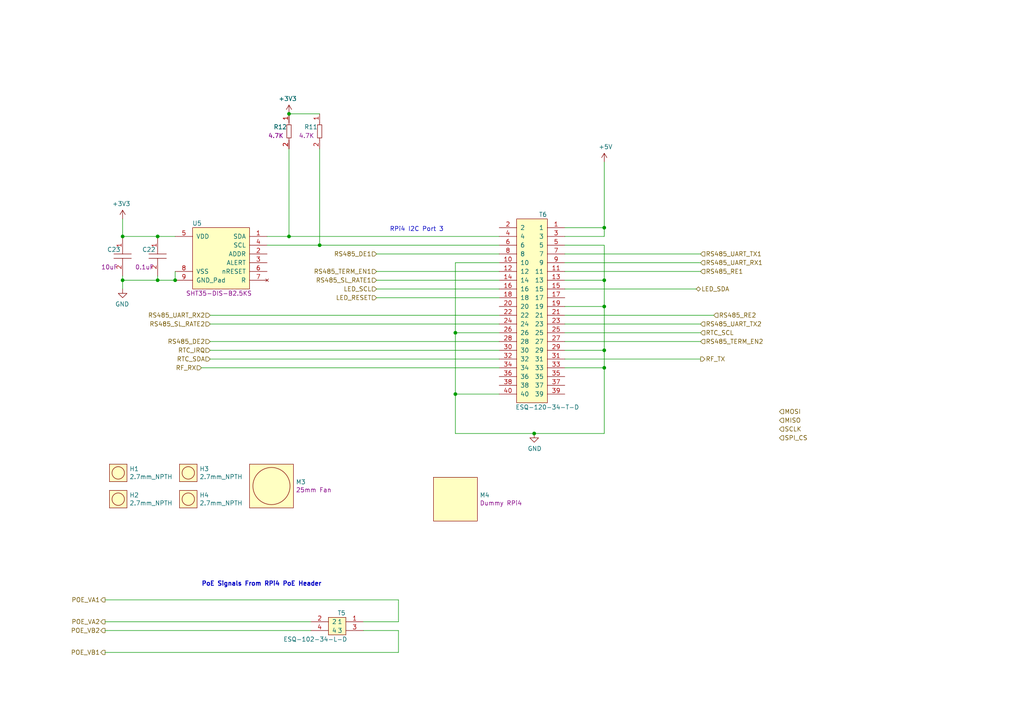
<source format=kicad_sch>
(kicad_sch (version 20231120) (generator "eeschema") (generator_version "8.0")
  (paper "A4")
  (lib_symbols
    (symbol "agricoltura-madre-rpi4-hat-rescue:+3.3V-power" (power) (pin_names (offset 0))
      (property "Value" "power_+3.3V" (at 0 3.556 0))
      (symbol "+3.3V-power_0_1"
        (polyline (pts (xy -0.762 1.27) (xy 0 2.54)))
        (polyline (pts (xy 0 0) (xy 0 2.54)))
        (polyline (pts (xy 0 2.54) (xy 0.762 1.27)))
      )
      (symbol "+3.3V-power_1_1"
        (pin power_in line (at 0 0 90) (length 0) hide (name "+3V3") (number "1"))
      )
    )
    (symbol "agricoltura-madre-rpi4-hat-rescue:+5V-power" (power) (pin_names (offset 0))
      (property "Value" "power_+5V" (at 0 3.556 0))
      (symbol "+5V-power_0_1"
        (polyline (pts (xy -0.762 1.27) (xy 0 2.54)))
        (polyline (pts (xy 0 0) (xy 0 2.54)))
        (polyline (pts (xy 0 2.54) (xy 0.762 1.27)))
      )
      (symbol "+5V-power_1_1"
        (pin power_in line (at 0 0 90) (length 0) hide (name "+5V") (number "1"))
      )
    )
    (symbol "agricoltura-madre-rpi4-hat-rescue:2.7mm_NPTH-growbox-KiCAD-Holes-Fasteners" (pin_names (offset 1.016))
      (property "Reference" "H" (at -2.54 2.54 0))
      (property "Value" "growbox-KiCAD-Holes-Fasteners_2.7mm_NPTH" (at 1.27 5.08 0))
      (symbol "2.7mm_NPTH-growbox-KiCAD-Holes-Fasteners_0_1"
        (rectangle (start 0 0) (end 5.08 -5.08) (fill (type background)))
        (circle (center 2.54 -2.54) (radius 1.8034))
      )
    )
    (symbol "agricoltura-madre-rpi4-hat-rescue:25mm_FAN-growbox-KiCAD-Special" (pin_names (offset 1.016))
      (property "Reference" "M" (at 0 1.27 0))
      (property "_Value_" "25mm Fan" (at 58.42 63.5 0))
      (symbol "25mm_FAN-growbox-KiCAD-Special_0_1"
        (rectangle (start 0 0) (end 12.7 -12.7) (fill (type background)))
        (circle (center 6.35 -6.35) (radius 5.3848))
      )
    )
    (symbol "agricoltura-madre-rpi4-hat-rescue:DummyPi-growbox-KiCAD-Special" (pin_names (offset 1.016))
      (property "Reference" "M" (at -2.54 2.54 0))
      (property "_Value_" "Dummy RPi4" (at 58.42 63.5 0))
      (symbol "DummyPi-growbox-KiCAD-Special_0_1"
        (rectangle (start 0 0) (end 12.7 -12.7) (fill (type background)))
      )
    )
    (symbol "agricoltura-madre-rpi4-hat-rescue:ESQ-102-34-L-D-growbox-KiCAD-Connectors" (pin_names (offset 1.016))
      (property "Reference" "T" (at -2.54 2.54 0))
      (property "Value" "growbox-KiCAD-Connectors_ESQ-102-34-L-D" (at 1.27 5.08 0))
      (symbol "ESQ-102-34-L-D-growbox-KiCAD-Connectors_0_1"
        (rectangle (start 0 0) (end 5.08 -5.08) (fill (type background)))
      )
      (symbol "ESQ-102-34-L-D-growbox-KiCAD-Connectors_1_1"
        (pin passive line (at -5.08 -1.27 0) (length 5.08) (name "1") (number "1"))
        (pin passive line (at 10.16 -1.27 180) (length 5.08) (name "2") (number "2"))
        (pin passive line (at -5.08 -3.81 0) (length 5.08) (name "3") (number "3"))
        (pin passive line (at 10.16 -3.81 180) (length 5.08) (name "4") (number "4"))
      )
    )
    (symbol "agricoltura-madre-rpi4-hat-rescue:ESQ-120-34-T-D-growbox-KiCAD-Connectors" (pin_names (offset 1.016))
      (property "Reference" "T" (at -2.54 1.27 0))
      (property "Value" "growbox-KiCAD-Connectors_ESQ-120-34-T-D" (at 1.27 5.08 0))
      (symbol "ESQ-120-34-T-D-growbox-KiCAD-Connectors_0_1"
        (rectangle (start 0 0) (end 8.89 -53.34) (fill (type background)))
      )
      (symbol "ESQ-120-34-T-D-growbox-KiCAD-Connectors_1_1"
        (pin passive line (at -5.08 -2.54 0) (length 5.08) (name "1") (number "1"))
        (pin passive line (at 13.97 -12.7 180) (length 5.08) (name "10") (number "10"))
        (pin passive line (at -5.08 -15.24 0) (length 5.08) (name "11") (number "11"))
        (pin passive line (at 13.97 -15.24 180) (length 5.08) (name "12") (number "12"))
        (pin passive line (at -5.08 -17.78 0) (length 5.08) (name "13") (number "13"))
        (pin passive line (at 13.97 -17.78 180) (length 5.08) (name "14") (number "14"))
        (pin passive line (at -5.08 -20.32 0) (length 5.08) (name "15") (number "15"))
        (pin passive line (at 13.97 -20.32 180) (length 5.08) (name "16") (number "16"))
        (pin passive line (at -5.08 -22.86 0) (length 5.08) (name "17") (number "17"))
        (pin passive line (at 13.97 -22.86 180) (length 5.08) (name "18") (number "18"))
        (pin passive line (at -5.08 -25.4 0) (length 5.08) (name "19") (number "19"))
        (pin passive line (at 13.97 -2.54 180) (length 5.08) (name "2") (number "2"))
        (pin passive line (at 13.97 -25.4 180) (length 5.08) (name "20") (number "20"))
        (pin passive line (at -5.08 -27.94 0) (length 5.08) (name "21") (number "21"))
        (pin passive line (at 13.97 -27.94 180) (length 5.08) (name "22") (number "22"))
        (pin passive line (at -5.08 -30.48 0) (length 5.08) (name "23") (number "23"))
        (pin passive line (at 13.97 -30.48 180) (length 5.08) (name "24") (number "24"))
        (pin passive line (at -5.08 -33.02 0) (length 5.08) (name "25") (number "25"))
        (pin passive line (at 13.97 -33.02 180) (length 5.08) (name "26") (number "26"))
        (pin passive line (at -5.08 -35.56 0) (length 5.08) (name "27") (number "27"))
        (pin passive line (at 13.97 -35.56 180) (length 5.08) (name "28") (number "28"))
        (pin passive line (at -5.08 -38.1 0) (length 5.08) (name "29") (number "29"))
        (pin passive line (at -5.08 -5.08 0) (length 5.08) (name "3") (number "3"))
        (pin passive line (at 13.97 -38.1 180) (length 5.08) (name "30") (number "30"))
        (pin passive line (at -5.08 -40.64 0) (length 5.08) (name "31") (number "31"))
        (pin passive line (at 13.97 -40.64 180) (length 5.08) (name "32") (number "32"))
        (pin passive line (at -5.08 -43.18 0) (length 5.08) (name "33") (number "33"))
        (pin passive line (at 13.97 -43.18 180) (length 5.08) (name "34") (number "34"))
        (pin passive line (at -5.08 -45.72 0) (length 5.08) (name "35") (number "35"))
        (pin passive line (at 13.97 -45.72 180) (length 5.08) (name "36") (number "36"))
        (pin passive line (at -5.08 -48.26 0) (length 5.08) (name "37") (number "37"))
        (pin passive line (at 13.97 -48.26 180) (length 5.08) (name "38") (number "38"))
        (pin passive line (at -5.08 -50.8 0) (length 5.08) (name "39") (number "39"))
        (pin passive line (at 13.97 -5.08 180) (length 5.08) (name "4") (number "4"))
        (pin passive line (at 13.97 -50.8 180) (length 5.08) (name "40") (number "40"))
        (pin passive line (at -5.08 -7.62 0) (length 5.08) (name "5") (number "5"))
        (pin passive line (at 13.97 -7.62 180) (length 5.08) (name "6") (number "6"))
        (pin passive line (at -5.08 -10.16 0) (length 5.08) (name "7") (number "7"))
        (pin passive line (at 13.97 -10.16 180) (length 5.08) (name "8") (number "8"))
        (pin passive line (at -5.08 -12.7 0) (length 5.08) (name "9") (number "9"))
      )
    )
    (symbol "agricoltura-madre-rpi4-hat-rescue:GND-power" (power) (pin_names (offset 0))
      (property "Value" "power_GND" (at 0 -3.81 0))
      (symbol "GND-power_0_1"
        (polyline (pts (xy 0 0) (xy 0 -1.27) (xy 1.27 -1.27) (xy 0 -2.54) (xy -1.27 -1.27) (xy 0 -1.27)))
      )
      (symbol "GND-power_1_1"
        (pin power_in line (at 0 0 270) (length 0) hide (name "GND") (number "1"))
      )
    )
    (symbol "agricoltura-madre-rpi4-hat-rescue:GRM155R71E104KE14J-growbox-KiCAD-Capacitors" (pin_names (offset 1.016))
      (property "Reference" "C" (at -2.54 2.54 0))
      (property "_Value_" "0.1uF" (at 58.42 63.5 0))
      (symbol "GRM155R71E104KE14J-growbox-KiCAD-Capacitors_1_1"
        (polyline (pts (xy 0 2.54) (xy 0 -2.54)))
        (polyline (pts (xy 1.27 2.54) (xy 1.27 -2.54)))
        (pin input line (at -5.08 0 0) (length 5.08) (name "~") (number "1"))
        (pin input line (at 6.35 0 180) (length 5.08) (name "~") (number "2"))
      )
    )
    (symbol "agricoltura-madre-rpi4-hat-rescue:GRM188R61A106KE69J-growbox-KiCAD-Capacitors" (pin_names (offset 1.016))
      (property "Reference" "C" (at -2.54 2.54 0))
      (property "_Value_" "10uF" (at 58.42 63.5 0))
      (symbol "GRM188R61A106KE69J-growbox-KiCAD-Capacitors_1_1"
        (polyline (pts (xy 0 2.54) (xy 0 -2.54)))
        (polyline (pts (xy 1.27 2.54) (xy 1.27 -2.54)))
        (pin input line (at -5.08 0 0) (length 5.08) (name "~") (number "1"))
        (pin input line (at 6.35 0 180) (length 5.08) (name "~") (number "2"))
      )
    )
    (symbol "agricoltura-madre-rpi4-hat-rescue:RC0402FR-074K7L-growbox-KiCAD-Resistors" (pin_names (offset 1.016))
      (property "Reference" "R" (at -2.54 2.54 0))
      (property "Value" "growbox-KiCAD-Resistors_RC0402FR-074K7L" (at 1.27 5.08 0))
      (property "_Value_" "4.7K" (at 58.42 63.5 0))
      (symbol "RC0402FR-074K7L-growbox-KiCAD-Resistors_0_1"
        (rectangle (start -1.905 0.635) (end 1.905 -0.635))
        (polyline (pts (xy -2.54 0) (xy -1.905 0)))
        (polyline (pts (xy -1.905 0) (xy -1.905 0)))
        (polyline (pts (xy 1.905 0) (xy 1.905 0)))
        (polyline (pts (xy 2.54 0) (xy 1.905 0)))
      )
      (symbol "RC0402FR-074K7L-growbox-KiCAD-Resistors_1_1"
        (pin passive line (at -5.08 0 0) (length 2.5146) (name "~") (number "1"))
        (pin passive line (at 5.08 0 180) (length 2.5146) (name "~") (number "2"))
      )
    )
    (symbol "agricoltura-madre-rpi4-hat-rescue:SHT35-DIS-B2.5KS-growbox-KiCAD-ICs" (pin_names (offset 1.016))
      (property "Reference" "U" (at -5.08 -1.27 0))
      (property "_Value_" "SHT35-DIS-B2.5KS" (at 2.54 -21.59 0))
      (symbol "SHT35-DIS-B2.5KS-growbox-KiCAD-ICs_0_1"
        (rectangle (start -6.35 -2.54) (end 10.16 -20.32) (fill (type background)))
      )
      (symbol "SHT35-DIS-B2.5KS-growbox-KiCAD-ICs_1_1"
        (pin bidirectional line (at -11.43 -5.08 0) (length 5.08) (name "SDA") (number "1"))
        (pin input line (at -11.43 -10.16 0) (length 5.08) (name "ADDR") (number "2"))
        (pin output line (at -11.43 -12.7 0) (length 5.08) (name "ALERT") (number "3"))
        (pin input line (at -11.43 -7.62 0) (length 5.08) (name "SCL") (number "4"))
        (pin power_in line (at 15.24 -5.08 180) (length 5.08) (name "VDD") (number "5"))
        (pin input line (at -11.43 -15.24 0) (length 5.08) (name "nRESET") (number "6"))
        (pin no_connect line (at -11.43 -17.78 0) (length 5.08) (name "R") (number "7"))
        (pin passive line (at 15.24 -15.24 180) (length 5.08) (name "VSS") (number "8"))
        (pin passive line (at 15.24 -17.78 180) (length 5.08) (name "GND_Pad") (number "9"))
      )
    )
  )
  (junction (at 154.94 125.73))
  (junction (at 83.82 33.02))
  (junction (at 175.26 106.68))
  (junction (at 35.56 81.28))
  (junction (at 45.72 68.58))
  (junction (at 175.26 88.9))
  (junction (at 175.26 81.28))
  (junction (at 50.8 81.28))
  (junction (at 45.72 81.28))
  (junction (at 132.08 96.52))
  (junction (at 35.56 68.58))
  (junction (at 83.82 68.58))
  (junction (at 175.26 66.04))
  (junction (at 175.26 101.6))
  (junction (at 92.71 71.12))
  (junction (at 132.08 114.3))
  (wire (pts (xy 175.26 71.12) (xy 175.26 81.28)))
  (wire (pts (xy 115.57 182.88) (xy 115.57 189.23)))
  (wire (pts (xy 83.82 68.58) (xy 77.47 68.58)))
  (wire (pts (xy 163.83 76.2) (xy 203.2 76.2)))
  (wire (pts (xy 45.72 68.58) (xy 50.8 68.58)))
  (wire (pts (xy 175.26 66.04) (xy 175.26 46.99)))
  (wire (pts (xy 50.8 78.74) (xy 50.8 81.28)))
  (wire (pts (xy 132.08 96.52) (xy 132.08 76.2)))
  (wire (pts (xy 163.83 78.74) (xy 203.2 78.74)))
  (wire (pts (xy 144.78 86.36) (xy 109.22 86.36)))
  (wire (pts (xy 132.08 76.2) (xy 144.78 76.2)))
  (wire (pts (xy 144.78 78.74) (xy 109.22 78.74)))
  (wire (pts (xy 35.56 63.5) (xy 35.56 68.58)))
  (wire (pts (xy 50.8 81.28) (xy 45.72 81.28)))
  (wire (pts (xy 115.57 189.23) (xy 30.48 189.23)))
  (wire (pts (xy 60.96 93.98) (xy 144.78 93.98)))
  (wire (pts (xy 163.83 96.52) (xy 203.2 96.52)))
  (wire (pts (xy 175.26 101.6) (xy 163.83 101.6)))
  (wire (pts (xy 175.26 88.9) (xy 163.83 88.9)))
  (wire (pts (xy 115.57 180.34) (xy 105.41 180.34)))
  (wire (pts (xy 45.72 81.28) (xy 35.56 81.28)))
  (wire (pts (xy 144.78 104.14) (xy 60.96 104.14)))
  (wire (pts (xy 144.78 91.44) (xy 60.96 91.44)))
  (wire (pts (xy 105.41 182.88) (xy 115.57 182.88)))
  (wire (pts (xy 175.26 101.6) (xy 175.26 106.68)))
  (wire (pts (xy 163.83 71.12) (xy 175.26 71.12)))
  (wire (pts (xy 45.72 80.01) (xy 45.72 81.28)))
  (wire (pts (xy 132.08 125.73) (xy 132.08 114.3)))
  (wire (pts (xy 109.22 81.28) (xy 144.78 81.28)))
  (wire (pts (xy 175.26 81.28) (xy 163.83 81.28)))
  (wire (pts (xy 92.71 71.12) (xy 77.47 71.12)))
  (wire (pts (xy 132.08 114.3) (xy 132.08 96.52)))
  (wire (pts (xy 207.01 91.44) (xy 163.83 91.44)))
  (wire (pts (xy 144.78 96.52) (xy 132.08 96.52)))
  (wire (pts (xy 90.17 180.34) (xy 30.48 180.34)))
  (wire (pts (xy 163.83 73.66) (xy 203.2 73.66)))
  (wire (pts (xy 175.26 88.9) (xy 175.26 101.6)))
  (wire (pts (xy 175.26 125.73) (xy 154.94 125.73)))
  (wire (pts (xy 144.78 114.3) (xy 132.08 114.3)))
  (wire (pts (xy 175.26 106.68) (xy 175.26 125.73)))
  (wire (pts (xy 203.2 99.06) (xy 163.83 99.06)))
  (wire (pts (xy 35.56 83.82) (xy 35.56 81.28)))
  (wire (pts (xy 92.71 33.02) (xy 83.82 33.02)))
  (wire (pts (xy 115.57 173.99) (xy 115.57 180.34)))
  (wire (pts (xy 35.56 68.58) (xy 45.72 68.58)))
  (wire (pts (xy 163.83 68.58) (xy 175.26 68.58)))
  (wire (pts (xy 175.26 81.28) (xy 175.26 88.9)))
  (wire (pts (xy 163.83 93.98) (xy 203.2 93.98)))
  (wire (pts (xy 144.78 99.06) (xy 60.96 99.06)))
  (wire (pts (xy 144.78 83.82) (xy 109.22 83.82)))
  (wire (pts (xy 90.17 182.88) (xy 30.48 182.88)))
  (wire (pts (xy 144.78 106.68) (xy 58.42 106.68)))
  (wire (pts (xy 175.26 66.04) (xy 163.83 66.04)))
  (wire (pts (xy 144.78 68.58) (xy 83.82 68.58)))
  (wire (pts (xy 144.78 101.6) (xy 60.96 101.6)))
  (wire (pts (xy 35.56 81.28) (xy 35.56 80.01)))
  (wire (pts (xy 144.78 73.66) (xy 109.22 73.66)))
  (wire (pts (xy 154.94 125.73) (xy 132.08 125.73)))
  (wire (pts (xy 144.78 71.12) (xy 92.71 71.12)))
  (wire (pts (xy 201.93 83.82) (xy 163.83 83.82)))
  (wire (pts (xy 30.48 173.99) (xy 115.57 173.99)))
  (wire (pts (xy 92.71 43.18) (xy 92.71 71.12)))
  (wire (pts (xy 175.26 68.58) (xy 175.26 66.04)))
  (wire (pts (xy 83.82 43.18) (xy 83.82 68.58)))
  (wire (pts (xy 175.26 106.68) (xy 163.83 106.68)))
  (wire (pts (xy 163.83 104.14) (xy 203.2 104.14)))
  (text "PoE Signals From RPi4 PoE Header" (at 58.42 170.18 0) (effects (font (size 1.27 1.27) (thickness 0.254) (bold yes)) (justify left bottom)))
  (text "RPi4 I2C Port 3" (at 113.03 67.31 0) (effects (font (size 1.27 1.27)) (justify left bottom)))
  (hierarchical_label "RS485_UART_RX1" (shape input) (at 203.2 76.2 0))
  (hierarchical_label "RF_RX" (shape input) (at 58.42 106.68 180))
  (hierarchical_label "RTC_SCL" (shape input) (at 203.2 96.52 0))
  (hierarchical_label "RTC_IRQ" (shape input) (at 60.96 101.6 180))
  (hierarchical_label "RS485_RE1" (shape input) (at 203.2 78.74 0))
  (hierarchical_label "RF_TX" (shape output) (at 203.2 104.14 0))
  (hierarchical_label "POE_VA1" (shape output) (at 30.48 173.99 180))
  (hierarchical_label "MOSI" (shape input) (at 226.06 119.38 0))
  (hierarchical_label "RS485_UART_TX2" (shape input) (at 203.2 93.98 0))
  (hierarchical_label "SCLK" (shape input) (at 226.06 124.46 0))
  (hierarchical_label "RS485_TERM_EN2" (shape input) (at 203.2 99.06 0))
  (hierarchical_label "POE_VB1" (shape output) (at 30.48 189.23 180))
  (hierarchical_label "LED_RESET" (shape input) (at 109.22 86.36 180))
  (hierarchical_label "RS485_UART_TX1" (shape input) (at 203.2 73.66 0))
  (hierarchical_label "MISO" (shape input) (at 226.06 121.92 0))
  (hierarchical_label "SPI_CS" (shape input) (at 226.06 127 0))
  (hierarchical_label "LED_SCL" (shape input) (at 109.22 83.82 180))
  (hierarchical_label "RS485_DE1" (shape input) (at 109.22 73.66 180))
  (hierarchical_label "RTC_SDA" (shape input) (at 60.96 104.14 180))
  (hierarchical_label "RS485_TERM_EN1" (shape input) (at 109.22 78.74 180))
  (hierarchical_label "RS485_UART_RX2" (shape input) (at 60.96 91.44 180))
  (hierarchical_label "POE_VA2" (shape output) (at 30.48 180.34 180))
  (hierarchical_label "RS485_RE2" (shape input) (at 207.01 91.44 0))
  (hierarchical_label "RS485_SL_RATE1" (shape input) (at 109.22 81.28 180))
  (hierarchical_label "LED_SDA" (shape bidirectional) (at 201.93 83.82 0))
  (hierarchical_label "POE_VB2" (shape output) (at 30.48 182.88 180))
  (hierarchical_label "RS485_SL_RATE2" (shape input) (at 60.96 93.98 180))
  (hierarchical_label "RS485_DE2" (shape input) (at 60.96 99.06 180))
  (symbol (lib_id "agricoltura-madre-rpi4-hat-rescue:ESQ-120-34-T-D-growbox-KiCAD-Connectors") (at 158.75 63.5 0) (mirror y) (unit 1)
    (property "Reference" "T6" (at 157.48 62.23 0))
    (property "Value" "ESQ-120-34-T-D" (at 158.75 118.11 0))
    (property "Footprint" "growbox-KiCAD-Connectors:ESQ-120-34-T-D_2x20_Pitch2.54mm" (effects (hide yes)))
    (property "Datasheet" "http://suddendocs.samtec.com/catalog_english/esq_th.pdf" (effects (hide yes)))
    (property "Cost QTY: 1" "5.53000" (effects (hide yes)))
    (property "Cost QTY: 1000" "3.20450" (effects (hide yes)))
    (property "Cost QTY: 2500" "*" (effects (hide yes)))
    (property "Cost QTY: 5000" "*" (effects (hide yes)))
    (property "Cost QTY: 10000" "*" (effects (hide yes)))
    (property "MFR" "Samtec Inc." (effects (hide yes)))
    (property "MFR#" "ESQ-120-34-T-D" (effects (hide yes)))
    (property "Vendor" "Digikey" (effects (hide yes)))
    (property "Vendor #" "SAM9320-ND" (effects (hide yes)))
    (property "Designer" "AVR" (effects (hide yes)))
    (property "Height" "16.13" (effects (hide yes)))
    (property "Date Created" "3/16/2020" (effects (hide yes)))
    (property "Date Modified" "3/16/2020" (effects (hide yes)))
    (property "Lead-Free ?" "Yes" (effects (hide yes)))
    (property "RoHS Levels" "1" (effects (hide yes)))
    (property "Mounting" "ThroughHole" (effects (hide yes)))
    (property "Pin Count #" "40" (effects (hide yes)))
    (property "Status" "Active" (effects (hide yes)))
    (property "Tolerance" "*" (effects (hide yes)))
    (property "Type" "2.54mm Elevated Female Header" (effects (hide yes)))
    (property "Voltage" "550VAC" (effects (hide yes)))
    (property "Package" "*" (effects (hide yes)))
    (property "Description" "40 Position Elevated Socket Connector  Through Hole" (effects (hide yes)))
    (property "_Value_" "2X20 - Header" (effects (hide yes)))
    (property "Management_ID" "*" (effects (hide yes)))
    (instances (project "agricoltura-madre-rpi4-hat" (path "" (reference "T6") (unit 1)) (path "" (reference "T?") (unit 1))))
  )
  (symbol (lib_id "agricoltura-madre-rpi4-hat-rescue:2.7mm_NPTH-growbox-KiCAD-Holes-Fasteners") (at 31.75 134.62 0) (unit 1)
    (property "Reference" "H1" (at 37.5412 135.9916 0) (effects (justify left)))
    (property "Value" "2.7mm_NPTH" (at 37.5412 138.303 0) (effects (justify left)))
    (property "Footprint" "growbox-KiCAD-Holes-PEMS-Standoffs:2.7mm_NPTH" (effects (hide yes)))
    (property "Cost QTY: 1" "*" (effects (hide yes)))
    (property "Cost QTY: 1000" "*" (effects (hide yes)))
    (property "Cost QTY: 2500" "*" (effects (hide yes)))
    (property "Cost QTY: 5000" "*" (effects (hide yes)))
    (property "Cost QTY: 10000" "*" (effects (hide yes)))
    (property "MFR" "*" (effects (hide yes)))
    (property "MFR#" "*" (effects (hide yes)))
    (property "Vendor" "*" (effects (hide yes)))
    (property "Vendor #" "*" (effects (hide yes)))
    (property "Designer" "*" (effects (hide yes)))
    (property "Height" "*" (effects (hide yes)))
    (property "Date Created" "*" (effects (hide yes)))
    (property "Date Modified" "*" (effects (hide yes)))
    (property "Lead-Free ?" "*" (effects (hide yes)))
    (property "RoHS Levels" "*" (effects (hide yes)))
    (property "Mounting" "*" (effects (hide yes)))
    (property "Pin Count #" "*" (effects (hide yes)))
    (property "Status" "*" (effects (hide yes)))
    (property "Tolerance" "*" (effects (hide yes)))
    (property "Type" "*" (effects (hide yes)))
    (property "Voltage" "*" (effects (hide yes)))
    (property "Package" "*" (effects (hide yes)))
    (property "_Value_" "*" (effects (hide yes)))
    (property "Management_ID" "*" (effects (hide yes)))
    (property "Description" "*" (effects (hide yes)))
  )
  (symbol (lib_id "agricoltura-madre-rpi4-hat-rescue:2.7mm_NPTH-growbox-KiCAD-Holes-Fasteners") (at 31.75 142.24 0) (unit 1)
    (property "Reference" "H2" (at 37.5412 143.6116 0) (effects (justify left)))
    (property "Value" "2.7mm_NPTH" (at 37.5412 145.923 0) (effects (justify left)))
    (property "Footprint" "growbox-KiCAD-Holes-PEMS-Standoffs:2.7mm_NPTH" (effects (hide yes)))
    (property "Cost QTY: 1" "*" (effects (hide yes)))
    (property "Cost QTY: 1000" "*" (effects (hide yes)))
    (property "Cost QTY: 2500" "*" (effects (hide yes)))
    (property "Cost QTY: 5000" "*" (effects (hide yes)))
    (property "Cost QTY: 10000" "*" (effects (hide yes)))
    (property "MFR" "*" (effects (hide yes)))
    (property "MFR#" "*" (effects (hide yes)))
    (property "Vendor" "*" (effects (hide yes)))
    (property "Vendor #" "*" (effects (hide yes)))
    (property "Designer" "*" (effects (hide yes)))
    (property "Height" "*" (effects (hide yes)))
    (property "Date Created" "*" (effects (hide yes)))
    (property "Date Modified" "*" (effects (hide yes)))
    (property "Lead-Free ?" "*" (effects (hide yes)))
    (property "RoHS Levels" "*" (effects (hide yes)))
    (property "Mounting" "*" (effects (hide yes)))
    (property "Pin Count #" "*" (effects (hide yes)))
    (property "Status" "*" (effects (hide yes)))
    (property "Tolerance" "*" (effects (hide yes)))
    (property "Type" "*" (effects (hide yes)))
    (property "Voltage" "*" (effects (hide yes)))
    (property "Package" "*" (effects (hide yes)))
    (property "_Value_" "*" (effects (hide yes)))
    (property "Management_ID" "*" (effects (hide yes)))
    (property "Description" "*" (effects (hide yes)))
  )
  (symbol (lib_id "agricoltura-madre-rpi4-hat-rescue:2.7mm_NPTH-growbox-KiCAD-Holes-Fasteners") (at 52.07 134.62 0) (unit 1)
    (property "Reference" "H3" (at 57.8612 135.9916 0) (effects (justify left)))
    (property "Value" "2.7mm_NPTH" (at 57.8612 138.303 0) (effects (justify left)))
    (property "Footprint" "growbox-KiCAD-Holes-PEMS-Standoffs:2.7mm_NPTH" (effects (hide yes)))
    (property "Cost QTY: 1" "*" (effects (hide yes)))
    (property "Cost QTY: 1000" "*" (effects (hide yes)))
    (property "Cost QTY: 2500" "*" (effects (hide yes)))
    (property "Cost QTY: 5000" "*" (effects (hide yes)))
    (property "Cost QTY: 10000" "*" (effects (hide yes)))
    (property "MFR" "*" (effects (hide yes)))
    (property "MFR#" "*" (effects (hide yes)))
    (property "Vendor" "*" (effects (hide yes)))
    (property "Vendor #" "*" (effects (hide yes)))
    (property "Designer" "*" (effects (hide yes)))
    (property "Height" "*" (effects (hide yes)))
    (property "Date Created" "*" (effects (hide yes)))
    (property "Date Modified" "*" (effects (hide yes)))
    (property "Lead-Free ?" "*" (effects (hide yes)))
    (property "RoHS Levels" "*" (effects (hide yes)))
    (property "Mounting" "*" (effects (hide yes)))
    (property "Pin Count #" "*" (effects (hide yes)))
    (property "Status" "*" (effects (hide yes)))
    (property "Tolerance" "*" (effects (hide yes)))
    (property "Type" "*" (effects (hide yes)))
    (property "Voltage" "*" (effects (hide yes)))
    (property "Package" "*" (effects (hide yes)))
    (property "_Value_" "*" (effects (hide yes)))
    (property "Management_ID" "*" (effects (hide yes)))
    (property "Description" "*" (effects (hide yes)))
  )
  (symbol (lib_id "agricoltura-madre-rpi4-hat-rescue:2.7mm_NPTH-growbox-KiCAD-Holes-Fasteners") (at 52.07 142.24 0) (unit 1)
    (property "Reference" "H4" (at 57.8612 143.6116 0) (effects (justify left)))
    (property "Value" "2.7mm_NPTH" (at 57.8612 145.923 0) (effects (justify left)))
    (property "Footprint" "growbox-KiCAD-Holes-PEMS-Standoffs:2.7mm_NPTH" (effects (hide yes)))
    (property "Cost QTY: 1" "*" (effects (hide yes)))
    (property "Cost QTY: 1000" "*" (effects (hide yes)))
    (property "Cost QTY: 2500" "*" (effects (hide yes)))
    (property "Cost QTY: 5000" "*" (effects (hide yes)))
    (property "Cost QTY: 10000" "*" (effects (hide yes)))
    (property "MFR" "*" (effects (hide yes)))
    (property "MFR#" "*" (effects (hide yes)))
    (property "Vendor" "*" (effects (hide yes)))
    (property "Vendor #" "*" (effects (hide yes)))
    (property "Designer" "*" (effects (hide yes)))
    (property "Height" "*" (effects (hide yes)))
    (property "Date Created" "*" (effects (hide yes)))
    (property "Date Modified" "*" (effects (hide yes)))
    (property "Lead-Free ?" "*" (effects (hide yes)))
    (property "RoHS Levels" "*" (effects (hide yes)))
    (property "Mounting" "*" (effects (hide yes)))
    (property "Pin Count #" "*" (effects (hide yes)))
    (property "Status" "*" (effects (hide yes)))
    (property "Tolerance" "*" (effects (hide yes)))
    (property "Type" "*" (effects (hide yes)))
    (property "Voltage" "*" (effects (hide yes)))
    (property "Package" "*" (effects (hide yes)))
    (property "_Value_" "*" (effects (hide yes)))
    (property "Management_ID" "*" (effects (hide yes)))
    (property "Description" "*" (effects (hide yes)))
  )
  (symbol (lib_id "agricoltura-madre-rpi4-hat-rescue:25mm_FAN-growbox-KiCAD-Special") (at 72.39 134.62 0) (unit 1)
    (property "Reference" "M3" (at 85.8012 139.8016 0) (effects (justify left)))
    (property "Value" "25mm_FAN" (effects (hide yes)))
    (property "Footprint" "growbox-KiCAD-Special:25mm_FAN" (effects (hide yes)))
    (property "Cost QTY: 1" "*" (effects (hide yes)))
    (property "Cost QTY: 1000" "*" (effects (hide yes)))
    (property "Cost QTY: 2500" "*" (effects (hide yes)))
    (property "Cost QTY: 5000" "*" (effects (hide yes)))
    (property "Cost QTY: 10000" "*" (effects (hide yes)))
    (property "MFR" "*" (effects (hide yes)))
    (property "MFR#" "*" (effects (hide yes)))
    (property "Vendor" "*" (effects (hide yes)))
    (property "Vendor #" "*" (effects (hide yes)))
    (property "Designer" "*" (effects (hide yes)))
    (property "Height" "*" (effects (hide yes)))
    (property "Date Created" "*" (effects (hide yes)))
    (property "Date Modified" "*" (effects (hide yes)))
    (property "Lead-Free ?" "*" (effects (hide yes)))
    (property "RoHS Levels" "*" (effects (hide yes)))
    (property "Mounting" "*" (effects (hide yes)))
    (property "Pin Count #" "*" (effects (hide yes)))
    (property "Status" "*" (effects (hide yes)))
    (property "Tolerance" "*" (effects (hide yes)))
    (property "Type" "*" (effects (hide yes)))
    (property "Voltage" "*" (effects (hide yes)))
    (property "Package" "*" (effects (hide yes)))
    (property "Description" "*" (effects (hide yes)))
    (property "_Value_" "25mm Fan" (at 85.8012 142.113 0) (effects (justify left)))
    (property "Management_ID" "*" (effects (hide yes)))
  )
  (symbol (lib_id "agricoltura-madre-rpi4-hat-rescue:DummyPi-growbox-KiCAD-Special") (at 125.73 138.43 0) (unit 1)
    (property "Reference" "M4" (at 139.1412 143.6116 0) (effects (justify left)))
    (property "Value" "DummyPi" (effects (hide yes)))
    (property "Footprint" "growbox-KiCAD-Special:RPi4_SHAPE_3D" (effects (hide yes)))
    (property "Cost QTY: 1" "*" (effects (hide yes)))
    (property "Cost QTY: 1000" "*" (effects (hide yes)))
    (property "Cost QTY: 2500" "*" (effects (hide yes)))
    (property "Cost QTY: 5000" "*" (effects (hide yes)))
    (property "Cost QTY: 10000" "*" (effects (hide yes)))
    (property "MFR" "*" (effects (hide yes)))
    (property "MFR#" "*" (effects (hide yes)))
    (property "Vendor" "*" (effects (hide yes)))
    (property "Vendor #" "*" (effects (hide yes)))
    (property "Designer" "*" (effects (hide yes)))
    (property "Height" "*" (effects (hide yes)))
    (property "Date Created" "*" (effects (hide yes)))
    (property "Date Modified" "*" (effects (hide yes)))
    (property "Lead-Free ?" "*" (effects (hide yes)))
    (property "RoHS Levels" "*" (effects (hide yes)))
    (property "Mounting" "*" (effects (hide yes)))
    (property "Pin Count #" "*" (effects (hide yes)))
    (property "Status" "*" (effects (hide yes)))
    (property "Tolerance" "*" (effects (hide yes)))
    (property "Type" "*" (effects (hide yes)))
    (property "Voltage" "*" (effects (hide yes)))
    (property "Package" "*" (effects (hide yes)))
    (property "Description" "*" (effects (hide yes)))
    (property "_Value_" "Dummy RPi4" (at 139.1412 145.923 0) (effects (justify left)))
    (property "Management_ID" "*" (effects (hide yes)))
  )
  (symbol (lib_id "agricoltura-madre-rpi4-hat-rescue:GND-power") (at 154.94 125.73 0) (unit 1)
    (property "Reference" "#PWR033" (effects (hide yes)))
    (property "Value" "GND" (at 155.067 130.1242 0))
  )
  (symbol (lib_id "agricoltura-madre-rpi4-hat-rescue:+5V-power") (at 175.26 46.99 0) (unit 1)
    (property "Reference" "#PWR034" (effects (hide yes)))
    (property "Value" "+5V" (at 175.641 42.5958 0))
  )
  (symbol (lib_id "agricoltura-madre-rpi4-hat-rescue:GRM155R71E104KE14J-growbox-KiCAD-Capacitors") (at 45.72 73.66 90) (mirror x) (unit 1)
    (property "Reference" "C22" (at 43.18 72.39 90))
    (property "Value" "GRM155R71E104KE14J" (effects (hide yes)))
    (property "Footprint" "growbox-KiCAD-Capacitors:C0402" (effects (hide yes)))
    (property "Datasheet" "https://search.murata.co.jp/Ceramy/image/img/A01X/G101/ENG/GRM155R71E104KE14-01.pdf" (effects (hide yes)))
    (property "Cost QTY: 1" "0.10000" (effects (hide yes)))
    (property "Cost QTY: 1000" "0.00941" (effects (hide yes)))
    (property "Cost QTY: 2500" "0.00855" (effects (hide yes)))
    (property "Cost QTY: 5000" "0.00787" (effects (hide yes)))
    (property "Cost QTY: 10000" "*" (effects (hide yes)))
    (property "MFR" "Murata Electronics" (effects (hide yes)))
    (property "MFR#" "GRM155R71E104KE14J" (effects (hide yes)))
    (property "Vendor" "Digikey" (effects (hide yes)))
    (property "Vendor #" "490-14603-1-ND" (effects (hide yes)))
    (property "Designer" "AVR" (effects (hide yes)))
    (property "Height" "0.55mm" (effects (hide yes)))
    (property "Date Created" "2/28/2020" (effects (hide yes)))
    (property "Date Modified" "2/28/2020" (effects (hide yes)))
    (property "Lead-Free ?" "Yes" (effects (hide yes)))
    (property "RoHS Levels" "1" (effects (hide yes)))
    (property "Mounting" "SMT" (effects (hide yes)))
    (property "Pin Count #" "2" (effects (hide yes)))
    (property "Status" "Active" (effects (hide yes)))
    (property "Tolerance" "10%" (effects (hide yes)))
    (property "Type" "Ceramic Cap" (effects (hide yes)))
    (property "Voltage" "25V" (effects (hide yes)))
    (property "Package" "0402" (effects (hide yes)))
    (property "Description" "0.1µF ±10% 25V Ceramic Capacitor X7R 0402 (1005 Metric)" (effects (hide yes)))
    (property "_Value_" "0.1uF" (at 41.91 77.47 90))
    (property "Management_ID" "*" (effects (hide yes)))
    (instances (project "agricoltura-madre-rpi4-hat" (path "" (reference "C22") (unit 1)) (path "" (reference "C?") (unit 1))))
  )
  (symbol (lib_id "agricoltura-madre-rpi4-hat-rescue:SHT35-DIS-B2.5KS-growbox-KiCAD-ICs") (at 66.04 63.5 0) (mirror y) (unit 1)
    (property "Reference" "U5" (at 57.15 64.77 0))
    (property "Value" "SHT35-DIS-B2.5KS" (effects (hide yes)))
    (property "Footprint" "growbox-KiCAD-ICs:DFN8_SHT35" (effects (hide yes)))
    (property "Datasheet" "https://media.digikey.com/pdf/Data%20Sheets/Sensirion%20PDFs/HT_DS_SHT3x_DIS.pdf" (effects (hide yes)))
    (property "Cost QTY: 1" "12.41000" (effects (hide yes)))
    (property "Cost QTY: 1000" "6.09840" (effects (hide yes)))
    (property "Cost QTY: 2500" "5.44500" (effects (hide yes)))
    (property "Cost QTY: 5000" "*" (effects (hide yes)))
    (property "Cost QTY: 10000" "*" (effects (hide yes)))
    (property "MFR" "Sensirion AG" (effects (hide yes)))
    (property "MFR#" "SHT35-DIS-B2.5KS" (effects (hide yes)))
    (property "Vendor" "Digikey" (effects (hide yes)))
    (property "Vendor #" "1649-1062-1-ND" (effects (hide yes)))
    (property "Designer" "AVR" (effects (hide yes)))
    (property "Height" "0.9mm" (effects (hide yes)))
    (property "Date Created" "2/28/2020" (effects (hide yes)))
    (property "Date Modified" "2/28/2020" (effects (hide yes)))
    (property "Lead-Free ?" "Yes" (effects (hide yes)))
    (property "RoHS Levels" "1" (effects (hide yes)))
    (property "Mounting" "SMT" (effects (hide yes)))
    (property "Pin Count #" "9" (effects (hide yes)))
    (property "Status" "Active" (effects (hide yes)))
    (property "Tolerance" "*" (effects (hide yes)))
    (property "Type" "I2C Temp and Humidity Sensing" (effects (hide yes)))
    (property "Voltage" "2.15V-5.5V" (effects (hide yes)))
    (property "Package" "8DFN" (effects (hide yes)))
    (property "Description" "SENSOR HUMI/TEMP 5V I2C 1.5% SMD" (effects (hide yes)))
    (property "_Value_" "SHT35-DIS-B2.5KS" (at 63.5 85.09 0))
    (property "Management_ID" "*" (effects (hide yes)))
    (instances (project "agricoltura-madre-rpi4-hat" (path "" (reference "U5") (unit 1)) (path "" (reference "U?") (unit 1))))
  )
  (symbol (lib_id "agricoltura-madre-rpi4-hat-rescue:GRM188R61A106KE69J-growbox-KiCAD-Capacitors") (at 35.56 73.66 90) (mirror x) (unit 1)
    (property "Reference" "C23" (at 33.02 72.39 90))
    (property "Value" "GRM188R61A106KE69J" (effects (hide yes)))
    (property "Footprint" "growbox-KiCAD-Capacitors:C0603" (effects (hide yes)))
    (property "Datasheet" "https://search.murata.co.jp/Ceramy/image/img/A01X/G101/ENG/GRM188R61A106KE69-01.pdf" (effects (hide yes)))
    (property "Cost QTY: 1" "0.18000" (effects (hide yes)))
    (property "Cost QTY: 1000" "0.03841" (effects (hide yes)))
    (property "Cost QTY: 2500" "0.03674" (effects (hide yes)))
    (property "Cost QTY: 5000" "0.03340" (effects (hide yes)))
    (property "Cost QTY: 10000" "0.02640" (effects (hide yes)))
    (property "MFR" "Murata Electronics" (effects (hide yes)))
    (property "MFR#" "GRM188R61A106KE69J" (effects (hide yes)))
    (property "Vendor" "Digikey" (effects (hide yes)))
    (property "Vendor #" "490-14372-2-ND" (effects (hide yes)))
    (property "Designer" "AVR" (effects (hide yes)))
    (property "Height" "0.95mm" (effects (hide yes)))
    (property "Date Created" "2/28/2020" (effects (hide yes)))
    (property "Date Modified" "2/28/2020" (effects (hide yes)))
    (property "Lead-Free ?" "Yes" (effects (hide yes)))
    (property "RoHS Levels" "1" (effects (hide yes)))
    (property "Mounting" "SMT" (effects (hide yes)))
    (property "Pin Count #" "2" (effects (hide yes)))
    (property "Status" "Active" (effects (hide yes)))
    (property "Tolerance" "10%" (effects (hide yes)))
    (property "Type" "Ceramic Cap" (effects (hide yes)))
    (property "Voltage" "10V" (effects (hide yes)))
    (property "Package" "0603" (effects (hide yes)))
    (property "Description" "10µF ±10% 10V Ceramic Capacitor X5R 0603 (1608 Metric)" (effects (hide yes)))
    (property "_Value_" "10uF" (at 31.75 77.47 90))
    (property "Management_ID" "*" (effects (hide yes)))
    (instances (project "agricoltura-madre-rpi4-hat" (path "" (reference "C23") (unit 1)) (path "" (reference "C?") (unit 1))))
  )
  (symbol (lib_id "agricoltura-madre-rpi4-hat-rescue:+3.3V-power") (at 35.56 63.5 0) (mirror y) (unit 1)
    (property "Reference" "#PWR?" (effects (hide yes)))
    (property "Value" "+3V3" (at 35.179 59.1058 0))
    (instances (project "agricoltura-madre-rpi4-hat" (path "" (reference "#PWR039") (unit 1))))
  )
  (symbol (lib_id "agricoltura-madre-rpi4-hat-rescue:GND-power") (at 35.56 83.82 0) (mirror y) (unit 1)
    (property "Reference" "#PWR?" (effects (hide yes)))
    (property "Value" "GND" (at 35.433 88.2142 0))
    (instances (project "agricoltura-madre-rpi4-hat" (path "" (reference "#PWR040") (unit 1))))
  )
  (symbol (lib_id "agricoltura-madre-rpi4-hat-rescue:RC0402FR-074K7L-growbox-KiCAD-Resistors") (at 83.82 38.1 90) (mirror x) (unit 1)
    (property "Reference" "R12" (at 81.28 36.83 90))
    (property "Value" "RC0402FR-074K7L" (effects (hide yes)))
    (property "Footprint" "growbox-KiCAD-Resistors:R0402" (effects (hide yes)))
    (property "Datasheet" "https://www.yageo.com/upload/media/product/productsearch/datasheet/rchip/PYu-RC_Group_51_RoHS_L_10.pdf" (effects (hide yes)))
    (property "Cost QTY: 1" "0.10000" (effects (hide yes)))
    (property "Cost QTY: 1000" "0.00289" (effects (hide yes)))
    (property "Cost QTY: 2500" "0.00251" (effects (hide yes)))
    (property "Cost QTY: 5000" "0.00207" (effects (hide yes)))
    (property "Cost QTY: 10000" "0.00163" (effects (hide yes)))
    (property "MFR" "Yageo" (effects (hide yes)))
    (property "MFR#" "RC0402FR-074K7L" (effects (hide yes)))
    (property "Vendor" "Digikey" (effects (hide yes)))
    (property "Vendor #" "311-4.7KLRCT-ND" (effects (hide yes)))
    (property "Designer" "AVR" (effects (hide yes)))
    (property "Height" "0.4mm" (effects (hide yes)))
    (property "Date Created" "12/11/2019" (effects (hide yes)))
    (property "Date Modified" "12/11/2019" (effects (hide yes)))
    (property "Lead-Free ?" "Yes" (effects (hide yes)))
    (property "RoHS Levels" "1" (effects (hide yes)))
    (property "Mounting" "SMT" (effects (hide yes)))
    (property "Pin Count #" "2" (effects (hide yes)))
    (property "Status" "Active" (effects (hide yes)))
    (property "Tolerance" "1%" (effects (hide yes)))
    (property "Type" "Thick Film Resistor" (effects (hide yes)))
    (property "Voltage" "*" (effects (hide yes)))
    (property "Package" "0402" (effects (hide yes)))
    (property "_Value_" "4.7K" (at 80.01 39.37 90))
    (property "Management_ID" "*" (effects (hide yes)))
    (property "Description" "4.7 kOhms ±1% 0.063W, 1/16W Chip Resistor 0402 (1005 Metric) Moisture Resistant Thick Film" (effects (hide yes)))
    (instances (project "agricoltura-madre-rpi4-hat" (path "" (reference "R12") (unit 1)) (path "" (reference "R?") (unit 1)) (path "" (reference "R?") (unit 1))))
  )
  (symbol (lib_id "agricoltura-madre-rpi4-hat-rescue:RC0402FR-074K7L-growbox-KiCAD-Resistors") (at 92.71 38.1 90) (mirror x) (unit 1)
    (property "Reference" "R11" (at 90.17 36.83 90))
    (property "Value" "RC0402FR-074K7L" (effects (hide yes)))
    (property "Footprint" "growbox-KiCAD-Resistors:R0402" (effects (hide yes)))
    (property "Datasheet" "https://www.yageo.com/upload/media/product/productsearch/datasheet/rchip/PYu-RC_Group_51_RoHS_L_10.pdf" (effects (hide yes)))
    (property "Cost QTY: 1" "0.10000" (effects (hide yes)))
    (property "Cost QTY: 1000" "0.00289" (effects (hide yes)))
    (property "Cost QTY: 2500" "0.00251" (effects (hide yes)))
    (property "Cost QTY: 5000" "0.00207" (effects (hide yes)))
    (property "Cost QTY: 10000" "0.00163" (effects (hide yes)))
    (property "MFR" "Yageo" (effects (hide yes)))
    (property "MFR#" "RC0402FR-074K7L" (effects (hide yes)))
    (property "Vendor" "Digikey" (effects (hide yes)))
    (property "Vendor #" "311-4.7KLRCT-ND" (effects (hide yes)))
    (property "Designer" "AVR" (effects (hide yes)))
    (property "Height" "0.4mm" (effects (hide yes)))
    (property "Date Created" "12/11/2019" (effects (hide yes)))
    (property "Date Modified" "12/11/2019" (effects (hide yes)))
    (property "Lead-Free ?" "Yes" (effects (hide yes)))
    (property "RoHS Levels" "1" (effects (hide yes)))
    (property "Mounting" "SMT" (effects (hide yes)))
    (property "Pin Count #" "2" (effects (hide yes)))
    (property "Status" "Active" (effects (hide yes)))
    (property "Tolerance" "1%" (effects (hide yes)))
    (property "Type" "Thick Film Resistor" (effects (hide yes)))
    (property "Voltage" "*" (effects (hide yes)))
    (property "Package" "0402" (effects (hide yes)))
    (property "_Value_" "4.7K" (at 88.9 39.37 90))
    (property "Management_ID" "*" (effects (hide yes)))
    (property "Description" "4.7 kOhms ±1% 0.063W, 1/16W Chip Resistor 0402 (1005 Metric) Moisture Resistant Thick Film" (effects (hide yes)))
    (instances (project "agricoltura-madre-rpi4-hat" (path "" (reference "R11") (unit 1)) (path "" (reference "R?") (unit 1)) (path "" (reference "R?") (unit 1))))
  )
  (symbol (lib_id "agricoltura-madre-rpi4-hat-rescue:+3.3V-power") (at 83.82 33.02 0) (mirror y) (unit 1)
    (property "Reference" "#PWR?" (effects (hide yes)))
    (property "Value" "+3V3" (at 83.439 28.6258 0))
    (instances (project "agricoltura-madre-rpi4-hat" (path "" (reference "#PWR?") (unit 1)) (path "" (reference "#PWR041") (unit 1))))
  )
  (symbol (lib_id "agricoltura-madre-rpi4-hat-rescue:ESQ-102-34-L-D-growbox-KiCAD-Connectors") (at 100.33 179.07 0) (mirror y) (unit 1)
    (property "Reference" "T5" (at 99.06 177.8 0))
    (property "Value" "ESQ-102-34-L-D" (at 91.44 185.42 0))
    (property "Footprint" "growbox-KiCAD-Connectors:ESQ-102-34-L-D" (effects (hide yes)))
    (property "Datasheet" "http://suddendocs.samtec.com/catalog_english/esq_th.pdf" (effects (hide yes)))
    (property "Cost QTY: 1" "1.62000" (effects (hide yes)))
    (property "Cost QTY: 1000" "*" (effects (hide yes)))
    (property "Cost QTY: 2500" "*" (effects (hide yes)))
    (property "Cost QTY: 5000" "*" (effects (hide yes)))
    (property "Cost QTY: 10000" "*" (effects (hide yes)))
    (property "MFR" "Samtec Inc." (effects (hide yes)))
    (property "MFR#" "ESQ-102-34-L-D" (effects (hide yes)))
    (property "Vendor" "Digikey" (effects (hide yes)))
    (property "Vendor #" "ESQ-102-34-L-D-ND" (effects (hide yes)))
    (property "Designer" "AVR" (effects (hide yes)))
    (property "Height" "16.13mm" (effects (hide yes)))
    (property "Date Created" "3/26/2020" (effects (hide yes)))
    (property "Date Modified" "3/26/2020" (effects (hide yes)))
    (property "Lead-Free ?" "Yes" (effects (hide yes)))
    (property "RoHS Levels" "1" (effects (hide yes)))
    (property "Mounting" "SMT" (effects (hide yes)))
    (property "Pin Count #" "4" (effects (hide yes)))
    (property "Status" "Active" (effects (hide yes)))
    (property "Tolerance" "*" (effects (hide yes)))
    (property "Type" "Extended Heigh 2.54mm Header, Female" (effects (hide yes)))
    (property "Voltage" "550VAC" (effects (hide yes)))
    (property "Package" "2.54mm Spaced Header Standard" (effects (hide yes)))
    (property "Description" "4 Position Elevated Socket Connector  Through Hole" (effects (hide yes)))
    (property "_Value_" "ESQ-102-34-L-D" (effects (hide yes)))
    (property "Management_ID" "*" (effects (hide yes)))
  )
)
</source>
